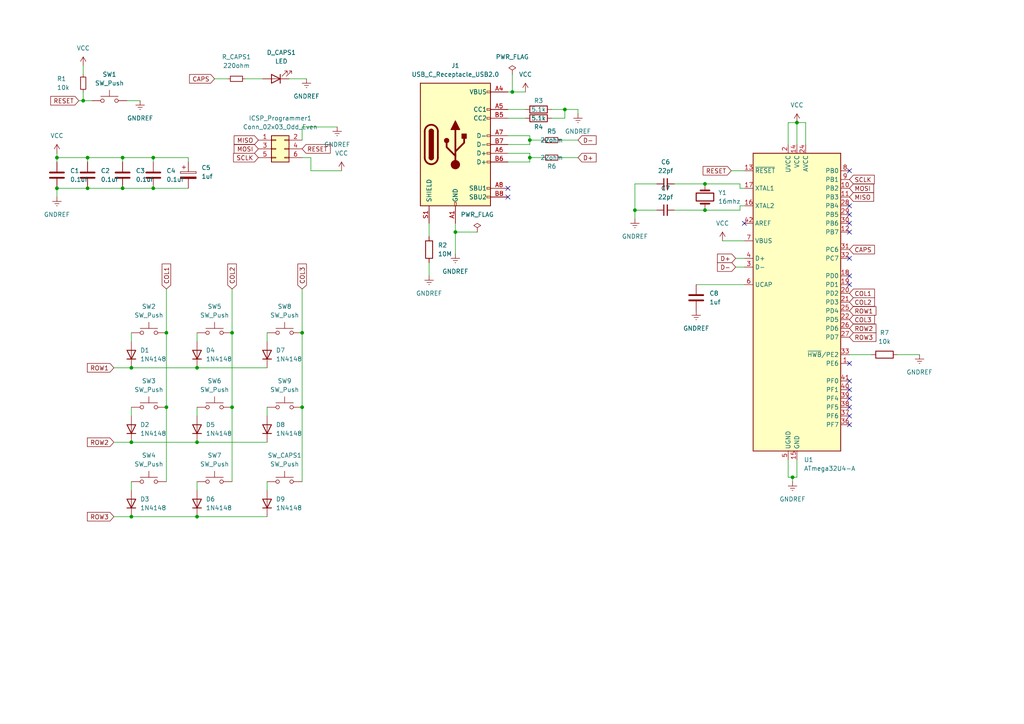
<source format=kicad_sch>
(kicad_sch (version 20211123) (generator eeschema)
  (paper "A4")
  (lib_symbols
    (symbol "Connector:USB_C_Receptacle_USB2.0" (pin_names (offset 1.016))
      (property "Reference" "J" (at -10.16 19.05 0))
      (property "Value" "USB_C_Receptacle_USB2.0" (at 19.05 19.05 0))
      (symbol "USB_C_Receptacle_USB2.0_0_0"
        (rectangle (start -0.254 -17.78) (end 0.254 -16.764))
        (rectangle (start 10.16 -14.986) (end 9.144 -15.494))
        (rectangle (start 10.16 -12.446) (end 9.144 -12.954))
        (rectangle (start 10.16 -4.826) (end 9.144 -5.334))
        (rectangle (start 10.16 -2.286) (end 9.144 -2.794))
        (rectangle (start 10.16 0.254) (end 9.144 -0.254))
        (rectangle (start 10.16 2.794) (end 9.144 2.286))
        (rectangle (start 10.16 7.874) (end 9.144 7.366))
        (rectangle (start 10.16 10.414) (end 9.144 9.906))
        (rectangle (start 10.16 15.494) (end 9.144 14.986))
      )
      (symbol "USB_C_Receptacle_USB2.0_0_1"
        (rectangle (start -10.16 17.78) (end 10.16 -17.78) (stroke (width 0.254)) (fill (type background)))
        (arc (start -8.89 -3.81) (mid -6.985 -5.715) (end -5.08 -3.81) (stroke (width 0.508)))
        (arc (start -7.62 -3.81) (mid -6.985 -4.445) (end -6.35 -3.81) (stroke (width 0.254)))
        (arc (start -7.62 -3.81) (mid -6.985 -4.445) (end -6.35 -3.81) (stroke (width 0.254)) (fill (type outline)))
        (rectangle (start -7.62 -3.81) (end -6.35 3.81) (stroke (width 0.254)) (fill (type outline)))
        (arc (start -6.35 3.81) (mid -6.985 4.445) (end -7.62 3.81) (stroke (width 0.254)))
        (arc (start -6.35 3.81) (mid -6.985 4.445) (end -7.62 3.81) (stroke (width 0.254)) (fill (type outline)))
        (arc (start -5.08 3.81) (mid -6.985 5.715) (end -8.89 3.81) (stroke (width 0.508)))
        (circle (center -2.54 1.143) (radius 0.635) (stroke (width 0.254)) (fill (type outline)))
        (circle (center 0 -5.842) (radius 1.27) (fill (type outline)))
        (polyline (pts (xy -8.89 -3.81) (xy -8.89 3.81)) (stroke (width 0.508)))
        (polyline (pts (xy -5.08 3.81) (xy -5.08 -3.81)) (stroke (width 0.508)))
        (polyline (pts (xy 0 -5.842) (xy 0 4.318)) (stroke (width 0.508)))
        (polyline (pts (xy 0 -3.302) (xy -2.54 -0.762) (xy -2.54 0.508)) (stroke (width 0.508)))
        (polyline (pts (xy 0 -2.032) (xy 2.54 0.508) (xy 2.54 1.778)) (stroke (width 0.508)))
        (polyline (pts (xy -1.27 4.318) (xy 0 6.858) (xy 1.27 4.318) (xy -1.27 4.318)) (stroke (width 0.254)) (fill (type outline)))
        (rectangle (start 1.905 1.778) (end 3.175 3.048) (stroke (width 0.254)) (fill (type outline)))
      )
      (symbol "USB_C_Receptacle_USB2.0_1_1"
        (pin passive line (at 0 -22.86 90) (length 5.08) (name "GND") (number "A1"))
        (pin passive line (at 0 -22.86 90) (length 5.08) hide (name "GND") (number "A12"))
        (pin passive line (at 15.24 15.24 180) (length 5.08) (name "VBUS") (number "A4"))
        (pin bidirectional line (at 15.24 10.16 180) (length 5.08) (name "CC1") (number "A5"))
        (pin bidirectional line (at 15.24 -2.54 180) (length 5.08) (name "D+") (number "A6"))
        (pin bidirectional line (at 15.24 2.54 180) (length 5.08) (name "D-") (number "A7"))
        (pin bidirectional line (at 15.24 -12.7 180) (length 5.08) (name "SBU1") (number "A8"))
        (pin passive line (at 15.24 15.24 180) (length 5.08) hide (name "VBUS") (number "A9"))
        (pin passive line (at 0 -22.86 90) (length 5.08) hide (name "GND") (number "B1"))
        (pin passive line (at 0 -22.86 90) (length 5.08) hide (name "GND") (number "B12"))
        (pin passive line (at 15.24 15.24 180) (length 5.08) hide (name "VBUS") (number "B4"))
        (pin bidirectional line (at 15.24 7.62 180) (length 5.08) (name "CC2") (number "B5"))
        (pin bidirectional line (at 15.24 -5.08 180) (length 5.08) (name "D+") (number "B6"))
        (pin bidirectional line (at 15.24 0 180) (length 5.08) (name "D-") (number "B7"))
        (pin bidirectional line (at 15.24 -15.24 180) (length 5.08) (name "SBU2") (number "B8"))
        (pin passive line (at 15.24 15.24 180) (length 5.08) hide (name "VBUS") (number "B9"))
        (pin passive line (at -7.62 -22.86 90) (length 5.08) (name "SHIELD") (number "S1"))
      )
    )
    (symbol "Connector_Generic:Conn_02x03_Odd_Even" (pin_names (offset 1.016) hide)
      (property "Reference" "J" (at 1.27 5.08 0))
      (property "Value" "Conn_02x03_Odd_Even" (at 1.27 -5.08 0))
      (symbol "Conn_02x03_Odd_Even_1_1"
        (rectangle (start -1.27 -2.413) (end 0 -2.667) (stroke (width 0.1524)))
        (rectangle (start -1.27 0.127) (end 0 -0.127) (stroke (width 0.1524)))
        (rectangle (start -1.27 2.667) (end 0 2.413) (stroke (width 0.1524)))
        (rectangle (start -1.27 3.81) (end 3.81 -3.81) (stroke (width 0.254)) (fill (type background)))
        (rectangle (start 3.81 -2.413) (end 2.54 -2.667) (stroke (width 0.1524)))
        (rectangle (start 3.81 0.127) (end 2.54 -0.127) (stroke (width 0.1524)))
        (rectangle (start 3.81 2.667) (end 2.54 2.413) (stroke (width 0.1524)))
        (pin passive line (at -5.08 2.54 0) (length 3.81) (name "Pin_1") (number "1"))
        (pin passive line (at 7.62 2.54 180) (length 3.81) (name "Pin_2") (number "2"))
        (pin passive line (at -5.08 0 0) (length 3.81) (name "Pin_3") (number "3"))
        (pin passive line (at 7.62 0 180) (length 3.81) (name "Pin_4") (number "4"))
        (pin passive line (at -5.08 -2.54 0) (length 3.81) (name "Pin_5") (number "5"))
        (pin passive line (at 7.62 -2.54 180) (length 3.81) (name "Pin_6") (number "6"))
      )
    )
    (symbol "Device:C" (pin_numbers hide) (pin_names (offset 0.254))
      (property "Reference" "C" (at 0.635 2.54 0))
      (property "Value" "C" (at 0.635 -2.54 0))
      (symbol "C_0_1"
        (polyline (pts (xy -2.032 -0.762) (xy 2.032 -0.762)) (stroke (width 0.508)))
        (polyline (pts (xy -2.032 0.762) (xy 2.032 0.762)) (stroke (width 0.508)))
      )
      (symbol "C_1_1"
        (pin passive line (at 0 3.81 270) (length 2.794) (name "~") (number "1"))
        (pin passive line (at 0 -3.81 90) (length 2.794) (name "~") (number "2"))
      )
    )
    (symbol "Device:C_Polarized" (pin_numbers hide) (pin_names (offset 0.254))
      (property "Reference" "C" (at 0.635 2.54 0))
      (property "Value" "C_Polarized" (at 0.635 -2.54 0))
      (symbol "C_Polarized_0_1"
        (rectangle (start -2.286 0.508) (end 2.286 1.016))
        (polyline (pts (xy -1.778 2.286) (xy -0.762 2.286)))
        (polyline (pts (xy -1.27 2.794) (xy -1.27 1.778)))
        (rectangle (start 2.286 -0.508) (end -2.286 -1.016) (fill (type outline)))
      )
      (symbol "C_Polarized_1_1"
        (pin passive line (at 0 3.81 270) (length 2.794) (name "~") (number "1"))
        (pin passive line (at 0 -3.81 90) (length 2.794) (name "~") (number "2"))
      )
    )
    (symbol "Device:C_Small" (pin_numbers hide) (pin_names (offset 0.254) hide)
      (property "Reference" "C" (at 0.254 1.778 0))
      (property "Value" "C_Small" (at 0.254 -2.032 0))
      (symbol "C_Small_0_1"
        (polyline (pts (xy -1.524 -0.508) (xy 1.524 -0.508)) (stroke (width 0.3302)))
        (polyline (pts (xy -1.524 0.508) (xy 1.524 0.508)) (stroke (width 0.3048)))
      )
      (symbol "C_Small_1_1"
        (pin passive line (at 0 2.54 270) (length 2.032) (name "~") (number "1"))
        (pin passive line (at 0 -2.54 90) (length 2.032) (name "~") (number "2"))
      )
    )
    (symbol "Device:Crystal" (pin_numbers hide) (pin_names (offset 1.016) hide)
      (property "Reference" "Y" (at 0 3.81 0))
      (property "Value" "Crystal" (at 0 -3.81 0))
      (symbol "Crystal_0_1"
        (rectangle (start -1.143 2.54) (end 1.143 -2.54) (stroke (width 0.3048)))
        (polyline (pts (xy -2.54 0) (xy -1.905 0)))
        (polyline (pts (xy -1.905 -1.27) (xy -1.905 1.27)) (stroke (width 0.508)))
        (polyline (pts (xy 1.905 -1.27) (xy 1.905 1.27)) (stroke (width 0.508)))
        (polyline (pts (xy 2.54 0) (xy 1.905 0)))
      )
      (symbol "Crystal_1_1"
        (pin passive line (at -3.81 0 0) (length 1.27) (name "1") (number "1"))
        (pin passive line (at 3.81 0 180) (length 1.27) (name "2") (number "2"))
      )
    )
    (symbol "Device:LED" (pin_numbers hide) (pin_names (offset 1.016) hide)
      (property "Reference" "D" (at 0 2.54 0))
      (property "Value" "LED" (at 0 -2.54 0))
      (symbol "LED_0_1"
        (polyline (pts (xy -1.27 -1.27) (xy -1.27 1.27)) (stroke (width 0.254)))
        (polyline (pts (xy -1.27 0) (xy 1.27 0)))
        (polyline (pts (xy 1.27 -1.27) (xy 1.27 1.27) (xy -1.27 0) (xy 1.27 -1.27)) (stroke (width 0.254)))
        (polyline (pts (xy -3.048 -0.762) (xy -4.572 -2.286) (xy -3.81 -2.286) (xy -4.572 -2.286) (xy -4.572 -1.524)))
        (polyline (pts (xy -1.778 -0.762) (xy -3.302 -2.286) (xy -2.54 -2.286) (xy -3.302 -2.286) (xy -3.302 -1.524)))
      )
      (symbol "LED_1_1"
        (pin passive line (at -3.81 0 0) (length 2.54) (name "K") (number "1"))
        (pin passive line (at 3.81 0 180) (length 2.54) (name "A") (number "2"))
      )
    )
    (symbol "Device:R" (pin_numbers hide) (pin_names (offset 0))
      (property "Reference" "R" (at 2.032 0 90))
      (property "Value" "R" (at 0 0 90))
      (symbol "R_0_1"
        (rectangle (start -1.016 -2.54) (end 1.016 2.54) (stroke (width 0.254)))
      )
      (symbol "R_1_1"
        (pin passive line (at 0 3.81 270) (length 1.27) (name "~") (number "1"))
        (pin passive line (at 0 -3.81 90) (length 1.27) (name "~") (number "2"))
      )
    )
    (symbol "Device:R_Small" (pin_numbers hide) (pin_names (offset 0.254) hide)
      (property "Reference" "R" (at 0.762 0.508 0))
      (property "Value" "R_Small" (at 0.762 -1.016 0))
      (symbol "R_Small_0_1"
        (rectangle (start -0.762 1.778) (end 0.762 -1.778) (stroke (width 0.2032)))
      )
      (symbol "R_Small_1_1"
        (pin passive line (at 0 2.54 270) (length 0.762) (name "~") (number "1"))
        (pin passive line (at 0 -2.54 90) (length 0.762) (name "~") (number "2"))
      )
    )
    (symbol "Diode:1N4148" (pin_numbers hide) (pin_names (offset 1.016) hide)
      (property "Reference" "D" (at 0 2.54 0))
      (property "Value" "1N4148" (at 0 -2.54 0))
      (symbol "1N4148_0_1"
        (polyline (pts (xy -1.27 1.27) (xy -1.27 -1.27)) (stroke (width 0.254)))
        (polyline (pts (xy 1.27 0) (xy -1.27 0)))
        (polyline (pts (xy 1.27 1.27) (xy 1.27 -1.27) (xy -1.27 0) (xy 1.27 1.27)) (stroke (width 0.254)))
      )
      (symbol "1N4148_1_1"
        (pin passive line (at -3.81 0 0) (length 2.54) (name "K") (number "1"))
        (pin passive line (at 3.81 0 180) (length 2.54) (name "A") (number "2"))
      )
    )
    (symbol "MCU_Microchip_ATmega:ATmega32U4-A"
      (property "Reference" "U" (at -12.7 44.45 0))
      (property "Value" "ATmega32U4-A" (at 2.54 -44.45 0))
      (symbol "ATmega32U4-A_0_1"
        (rectangle (start -12.7 -43.18) (end 12.7 43.18) (stroke (width 0.254)) (fill (type background)))
      )
      (symbol "ATmega32U4-A_1_1"
        (pin bidirectional line (at 15.24 -17.78 180) (length 2.54) (name "PE6") (number "1"))
        (pin bidirectional line (at 15.24 33.02 180) (length 2.54) (name "PB2") (number "10"))
        (pin bidirectional line (at 15.24 30.48 180) (length 2.54) (name "PB3") (number "11"))
        (pin bidirectional line (at 15.24 20.32 180) (length 2.54) (name "PB7") (number "12"))
        (pin input line (at -15.24 38.1 0) (length 2.54) (name "~{RESET}") (number "13"))
        (pin power_in line (at 0 45.72 270) (length 2.54) (name "VCC") (number "14"))
        (pin power_in line (at 0 -45.72 90) (length 2.54) (name "GND") (number "15"))
        (pin output line (at -15.24 27.94 0) (length 2.54) (name "XTAL2") (number "16"))
        (pin input line (at -15.24 33.02 0) (length 2.54) (name "XTAL1") (number "17"))
        (pin bidirectional line (at 15.24 7.62 180) (length 2.54) (name "PD0") (number "18"))
        (pin bidirectional line (at 15.24 5.08 180) (length 2.54) (name "PD1") (number "19"))
        (pin power_in line (at -2.54 45.72 270) (length 2.54) (name "UVCC") (number "2"))
        (pin bidirectional line (at 15.24 2.54 180) (length 2.54) (name "PD2") (number "20"))
        (pin bidirectional line (at 15.24 0 180) (length 2.54) (name "PD3") (number "21"))
        (pin bidirectional line (at 15.24 -5.08 180) (length 2.54) (name "PD5") (number "22"))
        (pin passive line (at 0 -45.72 90) (length 2.54) hide (name "GND") (number "23"))
        (pin power_in line (at 2.54 45.72 270) (length 2.54) (name "AVCC") (number "24"))
        (pin bidirectional line (at 15.24 -2.54 180) (length 2.54) (name "PD4") (number "25"))
        (pin bidirectional line (at 15.24 -7.62 180) (length 2.54) (name "PD6") (number "26"))
        (pin bidirectional line (at 15.24 -10.16 180) (length 2.54) (name "PD7") (number "27"))
        (pin bidirectional line (at 15.24 27.94 180) (length 2.54) (name "PB4") (number "28"))
        (pin bidirectional line (at 15.24 25.4 180) (length 2.54) (name "PB5") (number "29"))
        (pin bidirectional line (at -15.24 10.16 0) (length 2.54) (name "D-") (number "3"))
        (pin bidirectional line (at 15.24 22.86 180) (length 2.54) (name "PB6") (number "30"))
        (pin bidirectional line (at 15.24 15.24 180) (length 2.54) (name "PC6") (number "31"))
        (pin bidirectional line (at 15.24 12.7 180) (length 2.54) (name "PC7") (number "32"))
        (pin bidirectional line (at 15.24 -15.24 180) (length 2.54) (name "~{HWB}/PE2") (number "33"))
        (pin passive line (at 0 45.72 270) (length 2.54) hide (name "VCC") (number "34"))
        (pin passive line (at 0 -45.72 90) (length 2.54) hide (name "GND") (number "35"))
        (pin bidirectional line (at 15.24 -35.56 180) (length 2.54) (name "PF7") (number "36"))
        (pin bidirectional line (at 15.24 -33.02 180) (length 2.54) (name "PF6") (number "37"))
        (pin bidirectional line (at 15.24 -30.48 180) (length 2.54) (name "PF5") (number "38"))
        (pin bidirectional line (at 15.24 -27.94 180) (length 2.54) (name "PF4") (number "39"))
        (pin bidirectional line (at -15.24 12.7 0) (length 2.54) (name "D+") (number "4"))
        (pin bidirectional line (at 15.24 -25.4 180) (length 2.54) (name "PF1") (number "40"))
        (pin bidirectional line (at 15.24 -22.86 180) (length 2.54) (name "PF0") (number "41"))
        (pin passive line (at -15.24 22.86 0) (length 2.54) (name "AREF") (number "42"))
        (pin passive line (at 0 -45.72 90) (length 2.54) hide (name "GND") (number "43"))
        (pin passive line (at 2.54 45.72 270) (length 2.54) hide (name "AVCC") (number "44"))
        (pin passive line (at -2.54 -45.72 90) (length 2.54) (name "UGND") (number "5"))
        (pin passive line (at -15.24 5.08 0) (length 2.54) (name "UCAP") (number "6"))
        (pin input line (at -15.24 17.78 0) (length 2.54) (name "VBUS") (number "7"))
        (pin bidirectional line (at 15.24 38.1 180) (length 2.54) (name "PB0") (number "8"))
        (pin bidirectional line (at 15.24 35.56 180) (length 2.54) (name "PB1") (number "9"))
      )
    )
    (symbol "Switch:SW_Push" (pin_numbers hide) (pin_names (offset 1.016) hide)
      (property "Reference" "SW" (at 1.27 2.54 0))
      (property "Value" "SW_Push" (at 0 -1.524 0))
      (symbol "SW_Push_0_1"
        (circle (center -2.032 0) (radius 0.508))
        (polyline (pts (xy 0 1.27) (xy 0 3.048)))
        (polyline (pts (xy 2.54 1.27) (xy -2.54 1.27)))
        (circle (center 2.032 0) (radius 0.508))
        (pin passive line (at -5.08 0 0) (length 2.54) (name "1") (number "1"))
        (pin passive line (at 5.08 0 180) (length 2.54) (name "2") (number "2"))
      )
    )
    (symbol "power:GNDREF" (power) (pin_names (offset 0))
      (property "Value" "GNDREF" (at 0 -3.81 0))
      (symbol "GNDREF_0_1"
        (polyline (pts (xy -0.635 -1.905) (xy 0.635 -1.905)))
        (polyline (pts (xy -0.127 -2.54) (xy 0.127 -2.54)))
        (polyline (pts (xy 0 -1.27) (xy 0 0)))
        (polyline (pts (xy 1.27 -1.27) (xy -1.27 -1.27)))
      )
      (symbol "GNDREF_1_1"
        (pin power_in line (at 0 0 270) (length 0) hide (name "GNDREF") (number "1"))
      )
    )
    (symbol "power:PWR_FLAG" (power) (pin_numbers hide) (pin_names (offset 0) hide)
      (property "Value" "PWR_FLAG" (at 0 3.81 0))
      (symbol "PWR_FLAG_0_0"
        (pin power_out line (at 0 0 90) (length 0) (name "pwr") (number "1"))
      )
      (symbol "PWR_FLAG_0_1"
        (polyline (pts (xy 0 0) (xy 0 1.27) (xy -1.016 1.905) (xy 0 2.54) (xy 1.016 1.905) (xy 0 1.27)))
      )
    )
    (symbol "power:VCC" (power) (pin_names (offset 0))
      (property "Value" "VCC" (at 0 3.81 0))
      (symbol "VCC_0_1"
        (polyline (pts (xy -0.762 1.27) (xy 0 2.54)))
        (polyline (pts (xy 0 0) (xy 0 2.54)))
        (polyline (pts (xy 0 2.54) (xy 0.762 1.27)))
      )
      (symbol "VCC_1_1"
        (pin power_in line (at 0 0 90) (length 0) hide (name "VCC") (number "1"))
      )
    )
  )
  (junction (at 153.67 45.72))
  (junction (at 87.63 96.52))
  (junction (at 67.31 96.52))
  (junction (at 25.4 45.72))
  (junction (at 204.47 53.34))
  (junction (at 48.26 118.11))
  (junction (at 57.15 128.27))
  (junction (at 44.45 54.61))
  (junction (at 16.51 54.61))
  (junction (at 57.15 106.68))
  (junction (at 184.15 60.96))
  (junction (at 163.83 31.75))
  (junction (at 25.4 54.61))
  (junction (at 87.63 118.11))
  (junction (at 153.67 40.64))
  (junction (at 229.87 138.43))
  (junction (at 132.08 67.31))
  (junction (at 38.1 149.86))
  (junction (at 231.14 35.56))
  (junction (at 57.15 149.86))
  (junction (at 35.56 45.72))
  (junction (at 38.1 128.27))
  (junction (at 44.45 45.72))
  (junction (at 67.31 118.11))
  (junction (at 24.13 29.21))
  (junction (at 204.47 60.96))
  (junction (at 38.1 106.68))
  (junction (at 16.51 45.72))
  (junction (at 148.59 26.67))
  (junction (at 48.26 96.52))
  (junction (at 35.56 54.61))
  (no_connect (at 147.32 54.61))
  (no_connect (at 147.32 57.15))
  (no_connect (at 215.9 64.77))
  (no_connect (at 246.38 82.55))
  (no_connect (at 246.38 80.01))
  (no_connect (at 246.38 74.93))
  (no_connect (at 246.38 59.69))
  (no_connect (at 246.38 120.65))
  (no_connect (at 246.38 123.19))
  (no_connect (at 246.38 118.11))
  (no_connect (at 246.38 110.49))
  (no_connect (at 246.38 113.03))
  (no_connect (at 246.38 115.57))
  (no_connect (at 246.38 62.23))
  (no_connect (at 246.38 64.77))
  (no_connect (at 246.38 67.31))
  (no_connect (at 246.38 105.41))
  (no_connect (at 246.38 49.53))
  (wire (pts (xy 90.17 45.72) (xy 90.17 49.53)))
  (wire (pts (xy 24.13 19.05) (xy 24.13 21.59)))
  (wire (pts (xy 228.6 41.91) (xy 228.6 35.56)))
  (wire (pts (xy 35.56 45.72) (xy 44.45 45.72)))
  (wire (pts (xy 148.59 26.67) (xy 152.4 26.67)))
  (wire (pts (xy 162.56 40.64) (xy 167.64 40.64)))
  (wire (pts (xy 38.1 128.27) (xy 57.15 128.27)))
  (wire (pts (xy 25.4 45.72) (xy 25.4 46.99)))
  (wire (pts (xy 167.64 31.75) (xy 167.64 33.02)))
  (wire (pts (xy 148.59 21.59) (xy 148.59 26.67)))
  (wire (pts (xy 215.9 54.61) (xy 214.63 54.61)))
  (wire (pts (xy 77.47 139.7) (xy 77.47 142.24)))
  (wire (pts (xy 77.47 96.52) (xy 77.47 99.06)))
  (wire (pts (xy 132.08 64.77) (xy 132.08 67.31)))
  (wire (pts (xy 83.82 22.86) (xy 88.9 22.86)))
  (wire (pts (xy 99.06 49.53) (xy 90.17 49.53)))
  (wire (pts (xy 36.83 29.21) (xy 40.64 29.21)))
  (wire (pts (xy 57.15 139.7) (xy 57.15 142.24)))
  (wire (pts (xy 231.14 138.43) (xy 229.87 138.43)))
  (wire (pts (xy 184.15 60.96) (xy 184.15 63.5)))
  (wire (pts (xy 153.67 45.72) (xy 157.48 45.72)))
  (wire (pts (xy 44.45 45.72) (xy 54.61 45.72)))
  (wire (pts (xy 214.63 59.69) (xy 214.63 60.96)))
  (wire (pts (xy 212.09 49.53) (xy 215.9 49.53)))
  (wire (pts (xy 160.02 31.75) (xy 163.83 31.75)))
  (wire (pts (xy 260.35 102.87) (xy 266.7 102.87)))
  (wire (pts (xy 213.36 77.47) (xy 215.9 77.47)))
  (wire (pts (xy 147.32 31.75) (xy 152.4 31.75)))
  (wire (pts (xy 22.86 29.21) (xy 24.13 29.21)))
  (wire (pts (xy 162.56 45.72) (xy 167.64 45.72)))
  (wire (pts (xy 153.67 44.45) (xy 153.67 45.72)))
  (wire (pts (xy 215.9 59.69) (xy 214.63 59.69)))
  (wire (pts (xy 38.1 149.86) (xy 57.15 149.86)))
  (wire (pts (xy 87.63 83.82) (xy 87.63 96.52)))
  (wire (pts (xy 228.6 138.43) (xy 229.87 138.43)))
  (wire (pts (xy 184.15 60.96) (xy 190.5 60.96)))
  (wire (pts (xy 25.4 45.72) (xy 35.56 45.72)))
  (wire (pts (xy 71.12 22.86) (xy 76.2 22.86)))
  (wire (pts (xy 25.4 54.61) (xy 35.56 54.61)))
  (wire (pts (xy 160.02 34.29) (xy 163.83 34.29)))
  (wire (pts (xy 48.26 96.52) (xy 48.26 118.11)))
  (wire (pts (xy 190.5 53.34) (xy 184.15 53.34)))
  (wire (pts (xy 147.32 39.37) (xy 153.67 39.37)))
  (wire (pts (xy 147.32 44.45) (xy 153.67 44.45)))
  (wire (pts (xy 229.87 138.43) (xy 229.87 139.7)))
  (wire (pts (xy 153.67 46.99) (xy 153.67 45.72)))
  (wire (pts (xy 57.15 106.68) (xy 77.47 106.68)))
  (wire (pts (xy 228.6 133.35) (xy 228.6 138.43)))
  (wire (pts (xy 163.83 31.75) (xy 167.64 31.75)))
  (wire (pts (xy 231.14 35.56) (xy 231.14 41.91)))
  (wire (pts (xy 16.51 45.72) (xy 25.4 45.72)))
  (wire (pts (xy 87.63 36.83) (xy 87.63 40.64)))
  (wire (pts (xy 33.02 149.86) (xy 38.1 149.86)))
  (wire (pts (xy 33.02 128.27) (xy 38.1 128.27)))
  (wire (pts (xy 87.63 45.72) (xy 90.17 45.72)))
  (wire (pts (xy 233.68 35.56) (xy 231.14 35.56)))
  (wire (pts (xy 97.79 36.83) (xy 87.63 36.83)))
  (wire (pts (xy 124.46 64.77) (xy 124.46 68.58)))
  (wire (pts (xy 35.56 45.72) (xy 35.56 46.99)))
  (wire (pts (xy 153.67 41.91) (xy 153.67 40.64)))
  (wire (pts (xy 246.38 102.87) (xy 252.73 102.87)))
  (wire (pts (xy 132.08 67.31) (xy 138.43 67.31)))
  (wire (pts (xy 214.63 60.96) (xy 204.47 60.96)))
  (wire (pts (xy 213.36 74.93) (xy 215.9 74.93)))
  (wire (pts (xy 147.32 26.67) (xy 148.59 26.67)))
  (wire (pts (xy 214.63 53.34) (xy 204.47 53.34)))
  (wire (pts (xy 67.31 118.11) (xy 67.31 139.7)))
  (wire (pts (xy 62.23 22.86) (xy 66.04 22.86)))
  (wire (pts (xy 184.15 53.34) (xy 184.15 60.96)))
  (wire (pts (xy 38.1 96.52) (xy 38.1 99.06)))
  (wire (pts (xy 228.6 35.56) (xy 231.14 35.56)))
  (wire (pts (xy 147.32 46.99) (xy 153.67 46.99)))
  (wire (pts (xy 195.58 60.96) (xy 204.47 60.96)))
  (wire (pts (xy 38.1 106.68) (xy 57.15 106.68)))
  (wire (pts (xy 67.31 83.82) (xy 67.31 96.52)))
  (wire (pts (xy 132.08 67.31) (xy 132.08 73.66)))
  (wire (pts (xy 87.63 96.52) (xy 87.63 118.11)))
  (wire (pts (xy 201.93 82.55) (xy 215.9 82.55)))
  (wire (pts (xy 57.15 96.52) (xy 57.15 99.06)))
  (wire (pts (xy 57.15 118.11) (xy 57.15 120.65)))
  (wire (pts (xy 153.67 39.37) (xy 153.67 40.64)))
  (wire (pts (xy 33.02 106.68) (xy 38.1 106.68)))
  (wire (pts (xy 209.55 69.85) (xy 215.9 69.85)))
  (wire (pts (xy 231.14 133.35) (xy 231.14 138.43)))
  (wire (pts (xy 16.51 45.72) (xy 16.51 46.99)))
  (wire (pts (xy 147.32 34.29) (xy 152.4 34.29)))
  (wire (pts (xy 214.63 54.61) (xy 214.63 53.34)))
  (wire (pts (xy 48.26 83.82) (xy 48.26 96.52)))
  (wire (pts (xy 67.31 96.52) (xy 67.31 118.11)))
  (wire (pts (xy 87.63 118.11) (xy 87.63 139.7)))
  (wire (pts (xy 24.13 26.67) (xy 24.13 29.21)))
  (wire (pts (xy 44.45 45.72) (xy 44.45 46.99)))
  (wire (pts (xy 77.47 118.11) (xy 77.47 120.65)))
  (wire (pts (xy 124.46 76.2) (xy 124.46 80.01)))
  (wire (pts (xy 38.1 118.11) (xy 38.1 120.65)))
  (wire (pts (xy 153.67 40.64) (xy 157.48 40.64)))
  (wire (pts (xy 54.61 45.72) (xy 54.61 46.99)))
  (wire (pts (xy 24.13 29.21) (xy 26.67 29.21)))
  (wire (pts (xy 16.51 54.61) (xy 25.4 54.61)))
  (wire (pts (xy 163.83 34.29) (xy 163.83 31.75)))
  (wire (pts (xy 57.15 128.27) (xy 77.47 128.27)))
  (wire (pts (xy 38.1 139.7) (xy 38.1 142.24)))
  (wire (pts (xy 57.15 149.86) (xy 77.47 149.86)))
  (wire (pts (xy 16.51 44.45) (xy 16.51 45.72)))
  (wire (pts (xy 147.32 41.91) (xy 153.67 41.91)))
  (wire (pts (xy 35.56 54.61) (xy 44.45 54.61)))
  (wire (pts (xy 16.51 54.61) (xy 16.51 57.15)))
  (wire (pts (xy 44.45 54.61) (xy 54.61 54.61)))
  (wire (pts (xy 195.58 53.34) (xy 204.47 53.34)))
  (wire (pts (xy 233.68 41.91) (xy 233.68 35.56)))
  (wire (pts (xy 48.26 118.11) (xy 48.26 139.7)))
  (global_label "RESET" (shape input) (at 212.09 49.53 180) (property "Intersheet References" "${INTERSHEET_REFS}" (effects hide)))
  (global_label "COL3" (shape input) (at 246.38 92.71 0) (property "Intersheet References" "${INTERSHEET_REFS}" (effects hide)))
  (global_label "CAPS" (shape input) (at 246.38 72.39 0) (property "Intersheet References" "${INTERSHEET_REFS}" (effects hide)))
  (global_label "D-" (shape input) (at 167.64 40.64 0) (property "Intersheet References" "${INTERSHEET_REFS}" (effects hide)))
  (global_label "ROW2" (shape input) (at 246.38 95.25 0) (property "Intersheet References" "${INTERSHEET_REFS}" (effects hide)))
  (global_label "COL1" (shape input) (at 246.38 85.09 0) (property "Intersheet References" "${INTERSHEET_REFS}" (effects hide)))
  (global_label "D-" (shape input) (at 213.36 77.47 180) (property "Intersheet References" "${INTERSHEET_REFS}" (effects hide)))
  (global_label "ROW2" (shape input) (at 33.02 128.27 180) (property "Intersheet References" "${INTERSHEET_REFS}" (effects hide)))
  (global_label "COL3" (shape input) (at 87.63 83.82 90) (property "Intersheet References" "${INTERSHEET_REFS}" (effects hide)))
  (global_label "CAPS" (shape input) (at 62.23 22.86 180) (property "Intersheet References" "${INTERSHEET_REFS}" (effects hide)))
  (global_label "SCLK" (shape input) (at 246.38 52.07 0) (property "Intersheet References" "${INTERSHEET_REFS}" (effects hide)))
  (global_label "ROW1" (shape input) (at 33.02 106.68 180) (property "Intersheet References" "${INTERSHEET_REFS}" (effects hide)))
  (global_label "D+" (shape input) (at 167.64 45.72 0) (property "Intersheet References" "${INTERSHEET_REFS}" (effects hide)))
  (global_label "COL1" (shape input) (at 48.26 83.82 90) (property "Intersheet References" "${INTERSHEET_REFS}" (effects hide)))
  (global_label "COL2" (shape input) (at 246.38 87.63 0) (property "Intersheet References" "${INTERSHEET_REFS}" (effects hide)))
  (global_label "RESET" (shape input) (at 87.63 43.18 0) (property "Intersheet References" "${INTERSHEET_REFS}" (effects hide)))
  (global_label "ROW1" (shape input) (at 246.38 90.17 0) (property "Intersheet References" "${INTERSHEET_REFS}" (effects hide)))
  (global_label "ROW3" (shape input) (at 246.38 97.79 0) (property "Intersheet References" "${INTERSHEET_REFS}" (effects hide)))
  (global_label "MISO" (shape input) (at 74.93 40.64 180) (property "Intersheet References" "${INTERSHEET_REFS}" (effects hide)))
  (global_label "MOSI" (shape input) (at 74.93 43.18 180) (property "Intersheet References" "${INTERSHEET_REFS}" (effects hide)))
  (global_label "SCLK" (shape input) (at 74.93 45.72 180) (property "Intersheet References" "${INTERSHEET_REFS}" (effects hide)))
  (global_label "MOSI" (shape input) (at 246.38 54.61 0) (property "Intersheet References" "${INTERSHEET_REFS}" (effects hide)))
  (global_label "MISO" (shape input) (at 246.38 57.15 0) (property "Intersheet References" "${INTERSHEET_REFS}" (effects hide)))
  (global_label "COL2" (shape input) (at 67.31 83.82 90) (property "Intersheet References" "${INTERSHEET_REFS}" (effects hide)))
  (global_label "RESET" (shape input) (at 22.86 29.21 180) (property "Intersheet References" "${INTERSHEET_REFS}" (effects hide)))
  (global_label "D+" (shape input) (at 213.36 74.93 180) (property "Intersheet References" "${INTERSHEET_REFS}" (effects hide)))
  (global_label "ROW3" (shape input) (at 33.02 149.86 180) (property "Intersheet References" "${INTERSHEET_REFS}" (effects hide)))
  (symbol (lib_id "Switch:SW_Push") (at 82.55 96.52 0) (unit 1)
    (property "Reference" "SW8" (at 82.55 88.9 0))
    (property "Value" "SW_Push" (at 82.55 91.44 0))
    (property "Footprint" "Button_Switch_THT:SW_PUSH_6mm" (effects hide))
  )
  (symbol (lib_id "power:VCC") (at 209.55 69.85 0) (unit 1)
    (property "Reference" "#PWR011" (effects hide))
    (property "Value" "VCC" (at 209.55 64.77 0))
  )
  (symbol (lib_id "power:GNDREF") (at 97.79 36.83 0) (unit 1)
    (property "Reference" "#PWR?" (effects hide))
    (property "Value" "GNDREF" (at 97.79 41.91 0))
  )
  (symbol (lib_id "MCU_Microchip_ATmega:ATmega32U4-A") (at 231.14 87.63 0) (unit 1)
    (property "Reference" "U1" (at 233.1594 133.35 0) (effects (justify left)))
    (property "Value" "ATmega32U4-A" (at 233.1594 135.89 0) (effects (justify left)))
    (property "Footprint" "Package_QFP:TQFP-44_10x10mm_P0.8mm" (effects hide))
    (property "Datasheet" "http://ww1.microchip.com/downloads/en/DeviceDoc/Atmel-7766-8-bit-AVR-ATmega16U4-32U4_Datasheet.pdf" (effects hide))
  )
  (symbol (lib_id "Device:C") (at 25.4 50.8 0) (unit 1)
    (property "Reference" "C2" (at 29.21 49.5299 0) (effects (justify left)))
    (property "Value" "0.1uf" (at 29.21 52.0699 0) (effects (justify left)))
    (property "Footprint" "Capacitor_THT:C_Disc_D3.0mm_W1.6mm_P2.50mm" (effects hide))
  )
  (symbol (lib_id "Switch:SW_Push") (at 82.55 139.7 0) (unit 1)
    (property "Reference" "SW_CAPS1" (at 82.55 132.08 0))
    (property "Value" "SW_Push" (at 82.55 134.62 0))
    (property "Footprint" "Button_Switch_THT:SW_PUSH_6mm" (effects hide))
  )
  (symbol (lib_id "Device:R_Small") (at 68.58 22.86 90) (unit 1)
    (property "Reference" "R_CAPS1" (at 68.58 16.51 90))
    (property "Value" "220ohm" (at 68.58 19.05 90))
    (property "Footprint" "Resistor_THT:R_Axial_DIN0204_L3.6mm_D1.6mm_P5.08mm_Horizontal" (effects hide))
  )
  (symbol (lib_id "Diode:1N4148") (at 57.15 124.46 90) (unit 1)
    (property "Reference" "D5" (at 59.69 123.1899 90) (effects (justify right)))
    (property "Value" "1N4148" (at 59.69 125.7299 90) (effects (justify right)))
    (property "Footprint" "Diode_THT:D_DO-35_SOD27_P7.62mm_Horizontal" (effects hide))
    (property "Datasheet" "https://assets.nexperia.com/documents/data-sheet/1N4148_1N4448.pdf" (effects hide))
  )
  (symbol (lib_id "Connector_Generic:Conn_02x03_Odd_Even") (at 80.01 43.18 0) (unit 1)
    (property "Reference" "ICSP_Programmer1" (at 81.28 34.29 0))
    (property "Value" "Conn_02x03_Odd_Even" (at 81.28 36.83 0))
    (property "Footprint" "Connector_PinHeader_2.00mm:PinHeader_2x03_P2.00mm_Vertical" (effects hide))
  )
  (symbol (lib_id "power:GNDREF") (at 16.51 57.15 0) (unit 1)
    (property "Reference" "#PWR02" (effects hide))
    (property "Value" "GNDREF" (at 16.51 62.23 0))
  )
  (symbol (lib_id "Diode:1N4148") (at 57.15 102.87 90) (unit 1)
    (property "Reference" "D4" (at 59.69 101.5999 90) (effects (justify right)))
    (property "Value" "1N4148" (at 59.69 104.1399 90) (effects (justify right)))
    (property "Footprint" "Diode_THT:D_DO-35_SOD27_P7.62mm_Horizontal" (effects hide))
    (property "Datasheet" "https://assets.nexperia.com/documents/data-sheet/1N4148_1N4448.pdf" (effects hide))
  )
  (symbol (lib_id "Diode:1N4148") (at 77.47 124.46 90) (unit 1)
    (property "Reference" "D8" (at 80.01 123.1899 90) (effects (justify right)))
    (property "Value" "1N4148" (at 80.01 125.7299 90) (effects (justify right)))
    (property "Footprint" "Diode_THT:D_DO-35_SOD27_P7.62mm_Horizontal" (effects hide))
    (property "Datasheet" "https://assets.nexperia.com/documents/data-sheet/1N4148_1N4448.pdf" (effects hide))
  )
  (symbol (lib_id "Diode:1N4148") (at 38.1 102.87 90) (unit 1)
    (property "Reference" "D1" (at 40.64 101.5999 90) (effects (justify right)))
    (property "Value" "1N4148" (at 40.64 104.1399 90) (effects (justify right)))
    (property "Footprint" "Diode_THT:D_DO-35_SOD27_P7.62mm_Horizontal" (effects hide))
    (property "Datasheet" "https://assets.nexperia.com/documents/data-sheet/1N4148_1N4448.pdf" (effects hide))
  )
  (symbol (lib_id "Connector:USB_C_Receptacle_USB2.0") (at 132.08 41.91 0) (unit 1)
    (property "Reference" "J1" (at 132.08 19.05 0))
    (property "Value" "USB_C_Receptacle_USB2.0" (at 132.08 21.59 0))
    (property "Footprint" "Connector_USB:USB_C_Receptacle_HRO_TYPE-C-31-M-12" (effects hide))
    (property "Datasheet" "https://www.usb.org/sites/default/files/documents/usb_type-c.zip" (effects hide))
  )
  (symbol (lib_id "power:GNDREF") (at 132.08 73.66 0) (unit 1)
    (property "Reference" "#PWR06" (effects hide))
    (property "Value" "GNDREF" (at 132.08 78.74 0))
  )
  (symbol (lib_id "Device:C") (at 201.93 86.36 0) (unit 1)
    (property "Reference" "C8" (at 205.74 85.0899 0) (effects (justify left)))
    (property "Value" "1uf" (at 205.74 87.6299 0) (effects (justify left)))
    (property "Footprint" "Capacitor_THT:CP_Radial_D4.0mm_P1.50mm" (effects hide))
  )
  (symbol (lib_id "Device:R") (at 156.21 34.29 90) (unit 1)
    (property "Reference" "R4" (at 156.21 36.83 90))
    (property "Value" "5.1k" (at 156.21 34.29 90))
    (property "Footprint" "Resistor_THT:R_Axial_DIN0204_L3.6mm_D1.6mm_P5.08mm_Horizontal" (effects hide))
  )
  (symbol (lib_id "Device:R") (at 124.46 72.39 0) (unit 1)
    (property "Reference" "R2" (at 127 71.1199 0) (effects (justify left)))
    (property "Value" "10M" (at 127 73.6599 0) (effects (justify left)))
    (property "Footprint" "Resistor_THT:R_Axial_DIN0204_L3.6mm_D1.6mm_P5.08mm_Horizontal" (effects hide))
  )
  (symbol (lib_id "power:GNDREF") (at 266.7 102.87 0) (unit 1)
    (property "Reference" "#PWR014" (effects hide))
    (property "Value" "GNDREF" (at 266.7 107.95 0))
  )
  (symbol (lib_id "Switch:SW_Push") (at 62.23 139.7 0) (unit 1)
    (property "Reference" "SW7" (at 62.23 132.08 0))
    (property "Value" "SW_Push" (at 62.23 134.62 0))
    (property "Footprint" "Button_Switch_THT:SW_PUSH_6mm" (effects hide))
  )
  (symbol (lib_id "Diode:1N4148") (at 38.1 124.46 90) (unit 1)
    (property "Reference" "D2" (at 40.64 123.1899 90) (effects (justify right)))
    (property "Value" "1N4148" (at 40.64 125.7299 90) (effects (justify right)))
    (property "Footprint" "Diode_THT:D_DO-35_SOD27_P7.62mm_Horizontal" (effects hide))
    (property "Datasheet" "https://assets.nexperia.com/documents/data-sheet/1N4148_1N4448.pdf" (effects hide))
  )
  (symbol (lib_id "power:PWR_FLAG") (at 138.43 67.31 0) (unit 1)
    (property "Reference" "#FLG0102" (effects hide))
    (property "Value" "PWR_FLAG" (at 138.43 62.23 0))
  )
  (symbol (lib_id "Device:C") (at 16.51 50.8 0) (unit 1)
    (property "Reference" "C1" (at 20.32 49.5299 0) (effects (justify left)))
    (property "Value" "0.1uf" (at 20.32 52.0699 0) (effects (justify left)))
    (property "Footprint" "Capacitor_THT:C_Disc_D3.0mm_W1.6mm_P2.50mm" (effects hide))
  )
  (symbol (lib_id "Device:R_Small") (at 24.13 24.13 180) (unit 1)
    (property "Reference" "R1" (at 16.51 22.86 0) (effects (justify right)))
    (property "Value" "10k" (at 16.51 25.4 0) (effects (justify right)))
    (property "Footprint" "Resistor_THT:R_Axial_DIN0204_L3.6mm_D1.6mm_P5.08mm_Horizontal" (effects hide))
  )
  (symbol (lib_id "Switch:SW_Push") (at 43.18 96.52 0) (unit 1)
    (property "Reference" "SW2" (at 43.18 88.9 0))
    (property "Value" "SW_Push" (at 43.18 91.44 0))
    (property "Footprint" "Button_Switch_THT:SW_PUSH_6mm" (effects hide))
  )
  (symbol (lib_id "power:VCC") (at 16.51 44.45 0) (unit 1)
    (property "Reference" "#PWR01" (effects hide))
    (property "Value" "VCC" (at 16.51 39.37 0))
  )
  (symbol (lib_id "Switch:SW_Push") (at 43.18 139.7 0) (unit 1)
    (property "Reference" "SW4" (at 43.18 132.08 0))
    (property "Value" "SW_Push" (at 43.18 134.62 0))
    (property "Footprint" "Button_Switch_THT:SW_PUSH_6mm" (effects hide))
  )
  (symbol (lib_id "Device:LED") (at 80.01 22.86 180) (unit 1)
    (property "Reference" "D_CAPS1" (at 81.5975 15.24 0))
    (property "Value" "LED" (at 81.5975 17.78 0))
    (property "Footprint" "LED_THT:LED_D3.0mm" (effects hide))
  )
  (symbol (lib_id "power:GNDREF") (at 184.15 63.5 0) (unit 1)
    (property "Reference" "#PWR09" (effects hide))
    (property "Value" "GNDREF" (at 184.15 68.58 0))
  )
  (symbol (lib_id "power:VCC") (at 231.14 35.56 0) (unit 1)
    (property "Reference" "#PWR013" (effects hide))
    (property "Value" "VCC" (at 231.14 30.48 0))
  )
  (symbol (lib_id "power:GNDREF") (at 201.93 90.17 0) (unit 1)
    (property "Reference" "#PWR010" (effects hide))
    (property "Value" "GNDREF" (at 201.93 95.25 0))
  )
  (symbol (lib_id "Device:Crystal") (at 204.47 57.15 90) (unit 1)
    (property "Reference" "Y1" (at 208.28 55.8799 90) (effects (justify right)))
    (property "Value" "16mhz" (at 208.28 58.4199 90) (effects (justify right)))
    (property "Footprint" "Crystal:Crystal_HC49-4H_Vertical" (effects hide))
  )
  (symbol (lib_id "power:GNDREF") (at 124.46 80.01 0) (unit 1)
    (property "Reference" "#PWR05" (effects hide))
    (property "Value" "GNDREF" (at 124.46 85.09 0))
  )
  (symbol (lib_id "Diode:1N4148") (at 77.47 102.87 90) (unit 1)
    (property "Reference" "D7" (at 80.01 101.5999 90) (effects (justify right)))
    (property "Value" "1N4148" (at 80.01 104.1399 90) (effects (justify right)))
    (property "Footprint" "Diode_THT:D_DO-35_SOD27_P7.62mm_Horizontal" (effects hide))
    (property "Datasheet" "https://assets.nexperia.com/documents/data-sheet/1N4148_1N4448.pdf" (effects hide))
  )
  (symbol (lib_id "power:PWR_FLAG") (at 148.59 21.59 0) (unit 1)
    (property "Reference" "#FLG0101" (effects hide))
    (property "Value" "PWR_FLAG" (at 148.59 16.51 0))
  )
  (symbol (lib_id "Switch:SW_Push") (at 62.23 118.11 0) (unit 1)
    (property "Reference" "SW6" (at 62.23 110.49 0))
    (property "Value" "SW_Push" (at 62.23 113.03 0))
    (property "Footprint" "Button_Switch_THT:SW_PUSH_6mm" (effects hide))
  )
  (symbol (lib_id "Device:C_Small") (at 193.04 53.34 90) (unit 1)
    (property "Reference" "C6" (at 193.0463 46.99 90))
    (property "Value" "22pf" (at 193.0463 49.53 90))
    (property "Footprint" "Capacitor_THT:C_Disc_D3.0mm_W1.6mm_P2.50mm" (effects hide))
  )
  (symbol (lib_id "Switch:SW_Push") (at 43.18 118.11 0) (unit 1)
    (property "Reference" "SW3" (at 43.18 110.49 0))
    (property "Value" "SW_Push" (at 43.18 113.03 0))
    (property "Footprint" "Button_Switch_THT:SW_PUSH_6mm" (effects hide))
  )
  (symbol (lib_id "power:GNDREF") (at 88.9 22.86 0) (unit 1)
    (property "Reference" "#PWR0101" (effects hide))
    (property "Value" "GNDREF" (at 88.9 27.94 0))
  )
  (symbol (lib_id "Device:R") (at 256.54 102.87 90) (unit 1)
    (property "Reference" "R7" (at 256.54 96.52 90))
    (property "Value" "10k" (at 256.54 99.06 90))
    (property "Footprint" "Resistor_THT:R_Axial_DIN0204_L3.6mm_D1.6mm_P5.08mm_Horizontal" (effects hide))
  )
  (symbol (lib_id "Diode:1N4148") (at 57.15 146.05 90) (unit 1)
    (property "Reference" "D6" (at 59.69 144.7799 90) (effects (justify right)))
    (property "Value" "1N4148" (at 59.69 147.3199 90) (effects (justify right)))
    (property "Footprint" "Diode_THT:D_DO-35_SOD27_P7.62mm_Horizontal" (effects hide))
    (property "Datasheet" "https://assets.nexperia.com/documents/data-sheet/1N4148_1N4448.pdf" (effects hide))
  )
  (symbol (lib_id "power:GNDREF") (at 229.87 139.7 0) (unit 1)
    (property "Reference" "#PWR012" (effects hide))
    (property "Value" "GNDREF" (at 229.87 144.78 0))
  )
  (symbol (lib_id "power:GNDREF") (at 40.64 29.21 0) (unit 1)
    (property "Reference" "#PWR04" (effects hide))
    (property "Value" "GNDREF" (at 40.64 34.29 0))
  )
  (symbol (lib_id "Diode:1N4148") (at 38.1 146.05 90) (unit 1)
    (property "Reference" "D3" (at 40.64 144.7799 90) (effects (justify right)))
    (property "Value" "1N4148" (at 40.64 147.3199 90) (effects (justify right)))
    (property "Footprint" "Diode_THT:D_DO-35_SOD27_P7.62mm_Horizontal" (effects hide))
    (property "Datasheet" "https://assets.nexperia.com/documents/data-sheet/1N4148_1N4448.pdf" (effects hide))
  )
  (symbol (lib_id "Device:C_Polarized") (at 54.61 50.8 0) (unit 1)
    (property "Reference" "C5" (at 58.42 48.6409 0) (effects (justify left)))
    (property "Value" "1uf" (at 58.42 51.1809 0) (effects (justify left)))
    (property "Footprint" "Capacitor_THT:CP_Radial_D4.0mm_P1.50mm" (effects hide))
  )
  (symbol (lib_id "Device:C") (at 44.45 50.8 0) (unit 1)
    (property "Reference" "C4" (at 48.26 49.5299 0) (effects (justify left)))
    (property "Value" "0.1uf" (at 48.26 52.0699 0) (effects (justify left)))
    (property "Footprint" "Capacitor_THT:C_Disc_D3.0mm_W1.6mm_P2.50mm" (effects hide))
  )
  (symbol (lib_id "Device:R_Small") (at 160.02 40.64 90) (unit 1)
    (property "Reference" "R5" (at 160.02 38.1 90))
    (property "Value" "22ohm" (at 160.02 40.64 90))
    (property "Footprint" "Resistor_THT:R_Axial_DIN0204_L3.6mm_D1.6mm_P5.08mm_Horizontal" (effects hide))
  )
  (symbol (lib_id "Device:R") (at 156.21 31.75 90) (unit 1)
    (property "Reference" "R3" (at 156.21 29.21 90))
    (property "Value" "5.1k" (at 156.21 31.75 90))
    (property "Footprint" "Resistor_THT:R_Axial_DIN0204_L3.6mm_D1.6mm_P5.08mm_Horizontal" (effects hide))
  )
  (symbol (lib_id "Switch:SW_Push") (at 82.55 118.11 0) (unit 1)
    (property "Reference" "SW9" (at 82.55 110.49 0))
    (property "Value" "SW_Push" (at 82.55 113.03 0))
    (property "Footprint" "Button_Switch_THT:SW_PUSH_6mm" (effects hide))
  )
  (symbol (lib_id "Diode:1N4148") (at 77.47 146.05 90) (unit 1)
    (property "Reference" "D9" (at 80.01 144.7799 90) (effects (justify right)))
    (property "Value" "1N4148" (at 80.01 147.3199 90) (effects (justify right)))
    (property "Footprint" "Diode_THT:D_DO-35_SOD27_P7.62mm_Horizontal" (effects hide))
    (property "Datasheet" "https://assets.nexperia.com/documents/data-sheet/1N4148_1N4448.pdf" (effects hide))
  )
  (symbol (lib_id "Device:C_Small") (at 193.04 60.96 90) (unit 1)
    (property "Reference" "C7" (at 193.0463 54.61 90))
    (property "Value" "22pf" (at 193.0463 57.15 90))
    (property "Footprint" "Capacitor_THT:C_Disc_D3.0mm_W1.6mm_P2.50mm" (effects hide))
  )
  (symbol (lib_id "power:VCC") (at 99.06 49.53 0) (unit 1)
    (property "Reference" "#PWR?" (effects hide))
    (property "Value" "VCC" (at 99.06 44.45 0))
  )
  (symbol (lib_id "Switch:SW_Push") (at 31.75 29.21 0) (unit 1)
    (property "Reference" "SW1" (at 31.75 21.59 0))
    (property "Value" "SW_Push" (at 31.75 24.13 0))
    (property "Footprint" "Button_Switch_THT:SW_PUSH_6mm" (effects hide))
  )
  (symbol (lib_id "Device:C") (at 35.56 50.8 0) (unit 1)
    (property "Reference" "C3" (at 39.37 49.5299 0) (effects (justify left)))
    (property "Value" "0.1uf" (at 39.37 52.0699 0) (effects (justify left)))
    (property "Footprint" "Capacitor_THT:C_Disc_D3.0mm_W1.6mm_P2.50mm" (effects hide))
  )
  (symbol (lib_id "power:VCC") (at 24.13 19.05 0) (unit 1)
    (property "Reference" "#PWR03" (effects hide))
    (property "Value" "VCC" (at 24.13 13.97 0))
  )
  (symbol (lib_id "power:GNDREF") (at 167.64 33.02 0) (unit 1)
    (property "Reference" "#PWR08" (effects hide))
    (property "Value" "GNDREF" (at 167.64 38.1 0))
  )
  (symbol (lib_id "Switch:SW_Push") (at 62.23 96.52 0) (unit 1)
    (property "Reference" "SW5" (at 62.23 88.9 0))
    (property "Value" "SW_Push" (at 62.23 91.44 0))
    (property "Footprint" "Button_Switch_THT:SW_PUSH_6mm" (effects hide))
  )
  (symbol (lib_id "Device:R_Small") (at 160.02 45.72 90) (unit 1)
    (property "Reference" "R6" (at 160.02 48.26 90))
    (property "Value" "22ohm" (at 160.02 45.72 90))
    (property "Footprint" "Resistor_THT:R_Axial_DIN0204_L3.6mm_D1.6mm_P5.08mm_Horizontal" (effects hide))
  )
  (symbol (lib_id "power:VCC") (at 152.4 26.67 0) (unit 1)
    (property "Reference" "#PWR07" (effects hide))
    (property "Value" "VCC" (at 152.4 21.59 0))
  )
)
</source>
